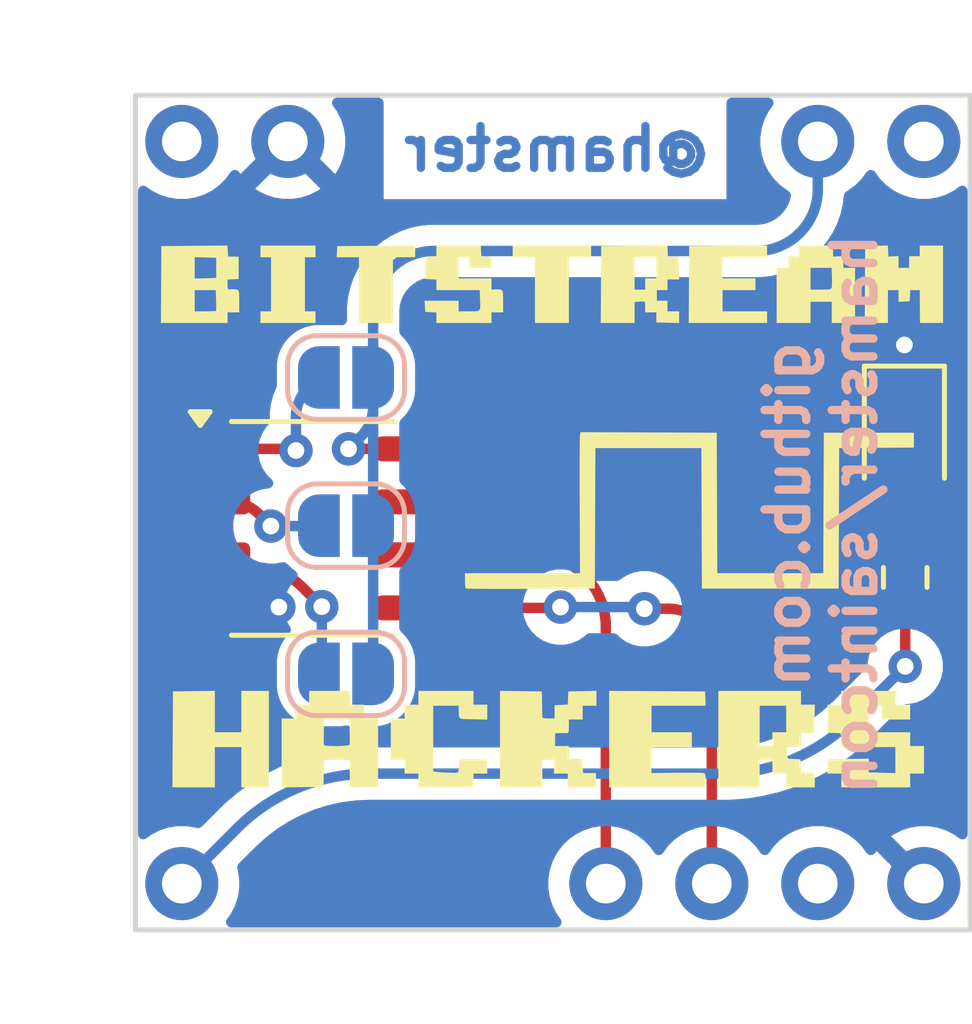
<source format=kicad_pcb>
(kicad_pcb (version 20241229) (generator "pcbnew") (generator_version "9.0")
  (layers (0 "F.Cu" signal) (2 "B.Cu" signal) (13 "F.Paste" user) (15 "B.Paste" user) (5 "F.SilkS" user "F.Silkscreen") (7 "B.SilkS" user "B.Silkscreen") (1 "F.Mask" user) (3 "B.Mask" user) (25 "Edge.Cuts" user))
  (net 0 "")
  (net 1 "+3V3")
  (net 2 "GND")
  (net 3 "Net-(D1-A)")
  (net 6 "Net-(MB1-SDA)")
  (net 7 "Net-(MB1-CLK)")
  (net 10 "Net-(MB1-SCL)")
  (net 11 "Net-(JP1-B)")
  (net 12 "Net-(JP2-B)")
  (net 13 "Net-(JP3-B)")
  (footprint "Resistor_SMD:R_0603_1608Metric" (layer "F.Cu") (at 114.89 87.39 -90)
    (property "Reference" "R1" (hide yes))
    (property "Value" "1k")
    (fp_line (start -0.237258 0.5225) (end 0.237258 0.5225) (stroke (width 0.12)) (layer "F.SilkS"))
    (fp_line (start -0.237258 -0.5225) (end 0.237258 -0.5225) (stroke (width 0.12)) (layer "F.SilkS"))
    (pad "1" smd roundrect (at -0.825 0 270) (size 0.8 0.95) (layers "F.Cu" "F.Mask" "F.Paste") (net 3 "Net-(D1-A)"))
    (pad "2" smd roundrect (at 0.825 0 270) (size 0.8 0.95) (layers "F.Cu" "F.Mask" "F.Paste") (net 7 "Net-(MB1-CLK)"))
  )
  (footprint "LED_SMD:LED_0805_2012Metric" (layer "F.Cu") (at 114.87 84.0125 -90)
    (property "Reference" "D1" (hide yes))
    (property "Value" "LED")
    (fp_line (start -1.685 0.96) (end 1 0.96) (stroke (width 0.12)) (layer "F.SilkS"))
    (fp_line (start -1.685 -0.96) (end -1.685 0.96) (stroke (width 0.12)) (layer "F.SilkS"))
    (fp_line (start 1 -0.96) (end -1.685 -0.96) (stroke (width 0.12)) (layer "F.SilkS"))
    (pad "1" smd roundrect (at -0.9375 0 270) (size 0.975 1.4) (layers "F.Cu" "F.Mask" "F.Paste") (net 2 "GND"))
    (pad "2" smd roundrect (at 0.9375 0 270) (size 0.975 1.4) (layers "F.Cu" "F.Mask" "F.Paste") (net 3 "Net-(D1-A)"))
  )
  (footprint "Package_SO:SOIC-8_3.9x4.9mm_P1.27mm" (layer "F.Cu") (at 100.695 86.215)
    (property "Reference" "U1" (hide yes))
    (property "Value" "AT24CS01-SSHM")
    (fp_line (start 0 -2.56) (end -1.95 -2.56) (stroke (width 0.12)) (layer "F.SilkS"))
    (fp_line (start 0 -2.56) (end 1.95 -2.56) (stroke (width 0.12)) (layer "F.SilkS"))
    (fp_line (start 0 2.56) (end -1.95 2.56) (stroke (width 0.12)) (layer "F.SilkS"))
    (fp_line (start 0 2.56) (end 1.95 2.56) (stroke (width 0.12)) (layer "F.SilkS"))
    (fp_poly (pts (xy -2.7 -2.465) (xy -2.94 -2.795) (xy -2.46 -2.795)) (stroke (width 0.12)) (fill yes) (layer "F.SilkS"))
    (pad "1" smd roundrect (at -2.475 -1.905) (size 1.95 0.6) (layers "F.Cu" "F.Mask" "F.Paste") (net 11 "Net-(JP1-B)"))
    (pad "2" smd roundrect (at -2.475 -0.635) (size 1.95 0.6) (layers "F.Cu" "F.Mask" "F.Paste") (net 12 "Net-(JP2-B)"))
    (pad "3" smd roundrect (at -2.475 0.635) (size 1.95 0.6) (layers "F.Cu" "F.Mask" "F.Paste") (net 13 "Net-(JP3-B)"))
    (pad "4" smd roundrect (at -2.475 1.905) (size 1.95 0.6) (layers "F.Cu" "F.Mask" "F.Paste") (net 2 "GND"))
    (pad "5" smd roundrect (at 2.475 1.905) (size 1.95 0.6) (layers "F.Cu" "F.Mask" "F.Paste") (net 6 "Net-(MB1-SDA)"))
    (pad "6" smd roundrect (at 2.475 0.635) (size 1.95 0.6) (layers "F.Cu" "F.Mask" "F.Paste") (net 10 "Net-(MB1-SCL)"))
    (pad "7" smd roundrect (at 2.475 -0.635) (size 1.95 0.6) (layers "F.Cu" "F.Mask" "F.Paste"))
    (pad "8" smd roundrect (at 2.475 -1.905) (size 1.95 0.6) (layers "F.Cu" "F.Mask" "F.Paste") (net 1 "+3V3"))
  )
  (footprint "lib_fp:silkscreen" (layer "F.Cu") (at 106.5 85.79)
    (property "Reference" "G***" (hide yes))
    (property "Value" "LOGO" (hide yes))
    (fp_poly (pts (xy -3.3528 -6.210613) (xy -3.3528 -6.0706) (xy -3.6195 -6.0706) (xy -3.8862 -6.0706) (xy -3.8862 -5.2832) (xy -3.8862 -4.4958) (xy -4.2926 -4.4958) (xy -4.699 -4.4958) (xy -4.699 -5.2832) (xy -4.699 -6.0706) (xy -4.967028 -6.0706) (xy -5.235055 -6.0706) (xy -5.227378 -6.20395) (xy -5.2197 -6.3373) (xy -4.28625 -6.343963) (xy -3.3528 -6.350626)) (fill yes) (layer "F.SilkS"))
    (fp_poly (pts (xy 0.8636 -6.2103) (xy 0.8636 -6.0706) (xy 0.5969 -6.0706) (xy 0.3302 -6.0706) (xy 0.3302 -5.2832) (xy 0.3302 -4.4958) (xy -0.0762 -4.4958) (xy -0.4826 -4.4958) (xy -0.4826 -5.2832) (xy -0.4826 -6.0706) (xy -0.7493 -6.0706) (xy -1.016 -6.0706) (xy -1.016 -6.2103) (xy -1.016 -6.35) (xy -0.0762 -6.35) (xy 0.8636 -6.35)) (fill yes) (layer "F.SilkS"))
    (fp_poly (pts (xy -8.1534 4.812763) (xy -8.1534 5.3086) (xy -7.8359 5.3086) (xy -7.5184 5.3086) (xy -7.5184 4.8133) (xy -7.5184 4.318) (xy -7.1882 4.318) (xy -6.858 4.318) (xy -6.858 5.4737) (xy -6.858 6.6294) (xy -7.1882 6.6294) (xy -7.5184 6.6294) (xy -7.5184 6.1468) (xy -7.5184 5.6642) (xy -7.8359 5.6642) (xy -8.1534 5.6642) (xy -8.1534 6.1468) (xy -8.1534 6.6294) (xy -8.661659 6.6294) (xy -9.169918 6.6294) (xy -9.163309 5.48005) (xy -9.1567 4.3307) (xy -8.65505 4.323813) (xy -8.1534 4.316926)) (fill yes) (layer "F.SilkS"))
    (fp_poly (pts (xy -5.7404 -6.2103) (xy -5.7404 -6.0706) (xy -5.8674 -6.0706) (xy -5.9944 -6.0706) (xy -5.9944 -5.4229) (xy -5.9944 -4.7752) (xy -5.8674 -4.7752) (xy -5.7404 -4.7752) (xy -5.7404 -4.6355) (xy -5.7404 -4.4958) (xy -6.4008 -4.4958) (xy -7.0612 -4.4958) (xy -7.0612 -4.6355) (xy -7.0612 -4.7752) (xy -6.9342 -4.7752) (xy -6.8072 -4.7752) (xy -6.8072 -5.4229) (xy -6.8072 -6.0706) (xy -6.9342 -6.0706) (xy -7.0612 -6.0706) (xy -7.0612 -6.2103) (xy -7.0612 -6.35) (xy -6.4008 -6.35) (xy -5.7404 -6.35)) (fill yes) (layer "F.SilkS"))
    (fp_poly (pts (xy 5.08 -6.210613) (xy 5.08 -6.0706) (xy 4.5466 -6.0706) (xy 4.0132 -6.0706) (xy 4.0132 -5.8166) (xy 4.0132 -5.5626) (xy 4.4069 -5.5626) (xy 4.8006 -5.5626) (xy 4.8006 -5.4229) (xy 4.8006 -5.2832) (xy 4.4069 -5.2832) (xy 4.0132 -5.2832) (xy 4.0132 -5.0292) (xy 4.0132 -4.7752) (xy 4.5466 -4.7752) (xy 5.08 -4.7752) (xy 5.08 -4.6355) (xy 5.08 -4.4958) (xy 4.141075 -4.4958) (xy 3.202151 -4.4958) (xy 3.207625 -5.41655) (xy 3.2131 -6.3373) (xy 4.14655 -6.343963) (xy 5.08 -6.350626)) (fill yes) (layer "F.SilkS"))
    (fp_poly (pts (xy 2.44475 4.324091) (xy 3.5941 4.3307) (xy 3.60161 4.50215) (xy 3.609121 4.6736) (xy 2.96026 4.6736) (xy 2.3114 4.6736) (xy 2.3114 4.9911) (xy 2.3114 5.3086) (xy 2.794 5.3086) (xy 3.2766 5.3086) (xy 3.2766 5.487316) (xy 3.2766 5.666032) (xy 2.80453 5.663052) (xy 2.655238 5.66257) (xy 2.524405 5.663023) (xy 2.420118 5.664313) (xy 2.350464 5.666339) (xy 2.323536 5.668996) (xy 2.319875 5.695968) (xy 2.316301 5.76155) (xy 2.313117 5.853554) (xy 2.310626 5.959791) (xy 2.309132 6.068072) (xy 2.308937 6.166208) (xy 2.309753 6.223) (xy 2.311357 6.2865) (xy 2.901928 6.279102) (xy 3.073155 6.277584) (xy 3.229881 6.277376) (xy 3.364116 6.278395) (xy 3.467873 6.280557) (xy 3.53316 6.283777) (xy 3.54965 6.285936) (xy 3.580672 6.298441) (xy 3.597883 6.324715) (xy 3.605264 6.377221) (xy 3.6068 6.464783) (xy 3.6068 6.6294) (xy 2.4511 6.6294) (xy 1.2954 6.6294) (xy 1.2954 5.473441) (xy 1.2954 4.317482)) (fill yes) (layer "F.SilkS"))
    (fp_poly (pts (xy 7.980593 -6.218238) (xy 7.9883 -6.084785) (xy 8.10895 -6.092311) (xy 8.2296 -6.099837) (xy 8.2296 -5.958219) (xy 8.2296 -5.8166) (xy 8.3566 -5.8166) (xy 8.4836 -5.8166) (xy 8.4836 -5.9563) (xy 8.4836 -6.096) (xy 8.6106 -6.096) (xy 8.7376 -6.096) (xy 8.7376 -6.223) (xy 8.7376 -6.35) (xy 9.017 -6.35) (xy 9.2964 -6.35) (xy 9.2964 -5.4229) (xy 9.2964 -4.4958) (xy 9.020425 -4.4958) (xy 8.744451 -4.4958) (xy 8.743768 -4.56565) (xy 8.743294 -4.617443) (xy 8.742501 -4.707571) (xy 8.741499 -4.823573) (xy 8.740396 -4.952986) (xy 8.740342 -4.95935) (xy 8.7376 -5.2832) (xy 8.624627 -5.2832) (xy 8.511654 -5.2832) (xy 8.503977 -5.14985) (xy 8.4963 -5.0165) (xy 8.36295 -5.008823) (xy 8.2296 -5.001146) (xy 8.2296 -5.142173) (xy 8.2296 -5.2832) (xy 8.1026 -5.2832) (xy 7.9756 -5.2832) (xy 7.9756 -4.8895) (xy 7.9756 -4.4958) (xy 7.698024 -4.4958) (xy 7.420448 -4.4958) (xy 7.424974 -5.41655) (xy 7.4295 -6.3373) (xy 7.701193 -6.344496) (xy 7.972886 -6.351692)) (fill yes) (layer "F.SilkS"))
    (fp_poly (pts (xy 6.659822 -6.217393) (xy 6.6675 -6.084785) (xy 6.78815 -6.092311) (xy 6.9088 -6.099837) (xy 6.9088 -5.958219) (xy 6.9088 -5.8166) (xy 7.0485 -5.8166) (xy 7.1882 -5.8166) (xy 7.1882 -5.1562) (xy 7.1882 -4.4958) (xy 6.9088 -4.4958) (xy 6.6294 -4.4958) (xy 6.6294 -4.7498) (xy 6.6294 -5.0038) (xy 6.3754 -5.0038) (xy 6.1214 -5.0038) (xy 6.1214 -4.7498) (xy 6.1214 -4.4958) (xy 5.715 -4.4958) (xy 5.3086 -4.4958) (xy 5.3086 -5.1562) (xy 5.3086 -5.2959) (xy 6.121329 -5.2959) (xy 6.369014 -5.2959) (xy 6.482838 -5.296491) (xy 6.555746 -5.299778) (xy 6.59762 -5.308036) (xy 6.618344 -5.323539) (xy 6.627798 -5.348561) (xy 6.6294 -5.355817) (xy 6.634484 -5.409596) (xy 6.636264 -5.496699) (xy 6.634445 -5.599741) (xy 6.633815 -5.616167) (xy 6.625531 -5.8166) (xy 6.373465 -5.8166) (xy 6.1214 -5.8166) (xy 6.121364 -5.55625) (xy 6.121329 -5.2959) (xy 5.3086 -5.2959) (xy 5.3086 -5.8166) (xy 5.4483 -5.8166) (xy 5.588 -5.8166) (xy 5.588 -5.958219) (xy 5.588 -6.099837) (xy 5.70865 -6.092311) (xy 5.8293 -6.084785) (xy 5.836977 -6.217393) (xy 5.844654 -6.35) (xy 6.2484 -6.35) (xy 6.652145 -6.35)) (fill yes) (layer "F.SilkS"))
    (fp_poly (pts (xy 2.24208 -1.873437) (xy 3.8735 -1.8669) (xy 3.880031 -0.18415) (xy 3.886562 1.4986) (xy 5.1562 1.4986) (xy 6.425837 1.4986) (xy 6.432368 -0.18415) (xy 6.4389 -1.8669) (xy 7.5184 -1.8669) (xy 8.5979 -1.8669) (xy 8.5979 -1.6891) (xy 8.5979 -1.5113) (xy 7.702731 -1.504626) (xy 6.807562 -1.497951) (xy 6.801031 0.184474) (xy 6.7945 1.8669) (xy 5.1562 1.8669) (xy 3.5179 1.8669) (xy 3.511368 0.18415) (xy 3.504837 -1.4986) (xy 2.2352 -1.4986) (xy 0.965562 -1.4986) (xy 0.959031 0.18415) (xy 0.9525 1.8669) (xy -0.585797 1.87377) (xy -0.860746 1.874716) (xy -1.120521 1.875064) (xy -1.360684 1.874844) (xy -1.5768 1.874086) (xy -1.764434 1.872821) (xy -1.919149 1.871077) (xy -2.03651 1.868887) (xy -2.11208 1.866279) (xy -2.141424 1.863285) (xy -2.141547 1.863187) (xy -2.150329 1.830672) (xy -2.156598 1.762176) (xy -2.159 1.672503) (xy -2.159 1.672166) (xy -2.159 1.4986) (xy -0.78105 1.498606) (xy 0.5969 1.498612) (xy 0.589631 -0.133344) (xy 0.588583 -0.418073) (xy 0.588011 -0.68878) (xy 0.587897 -0.941022) (xy 0.588224 -1.170356) (xy 0.588973 -1.372337) (xy 0.590126 -1.542524) (xy 0.591664 -1.676472) (xy 0.593571 -1.769738) (xy 0.595828 -1.817879) (xy 0.596512 -1.822637) (xy 0.610661 -1.879973)) (fill yes) (layer "F.SilkS"))
    (fp_poly (pts (xy 2.69741 -6.217676) (xy 2.7051 -6.084632) (xy 2.8321 -6.083966) (xy 2.9591 -6.0833) (xy 2.966309 -5.81025) (xy 2.973518 -5.5372) (xy 2.832959 -5.5372) (xy 2.6924 -5.5372) (xy 2.6924 -5.4102) (xy 2.6924 -5.2832) (xy 2.5654 -5.2832) (xy 2.4384 -5.2832) (xy 2.4384 -5.1562) (xy 2.4384 -5.0292) (xy 2.5654 -5.0292) (xy 2.6924 -5.0292) (xy 2.6924 -4.9022) (xy 2.6924 -4.7752) (xy 2.8321 -4.7752) (xy 2.9718 -4.7752) (xy 2.9718 -4.634641) (xy 2.9718 -4.494082) (xy 2.69875 -4.501291) (xy 2.4257 -4.5085) (xy 2.426801 -4.62915) (xy 2.427903 -4.7498) (xy 2.293451 -4.7498) (xy 2.159 -4.7498) (xy 2.159 -4.872567) (xy 2.156933 -4.946308) (xy 2.151679 -4.99579) (xy 2.148091 -5.006243) (xy 2.118489 -5.010916) (xy 2.056173 -5.010172) (xy 2.021091 -5.007918) (xy 1.905 -4.998685) (xy 1.905 -4.747243) (xy 1.905 -4.4958) (xy 1.499383 -4.4958) (xy 1.093767 -4.4958) (xy 1.099333 -5.41655) (xy 1.100946 -5.68325) (xy 1.905 -5.68325) (xy 1.905 -5.2959) (xy 2.032 -5.2959) (xy 2.159 -5.2959) (xy 2.159 -5.42925) (xy 2.159 -5.5626) (xy 2.29235 -5.5626) (xy 2.4257 -5.5626) (xy 2.4257 -5.8166) (xy 2.4257 -6.0706) (xy 2.16535 -6.0706) (xy 1.905 -6.0706) (xy 1.905 -5.68325) (xy 1.100946 -5.68325) (xy 1.1049 -6.3373) (xy 1.89731 -6.34401) (xy 2.68972 -6.35072)) (fill yes) (layer "F.SilkS"))
    (fp_poly (pts (xy -7.84359 -6.219747) (xy -7.8359 -6.088774) (xy -7.7089 -6.086037) (xy -7.5819 -6.0833) (xy -7.5819 -5.8166) (xy -7.5819 -5.5499) (xy -7.71525 -5.542223) (xy -7.8486 -5.534546) (xy -7.8486 -5.413272) (xy -7.847058 -5.34055) (xy -7.836839 -5.306454) (xy -7.809557 -5.298811) (xy -7.772726 -5.303135) (xy -7.693626 -5.306012) (xy -7.633026 -5.298252) (xy -7.604596 -5.289305) (xy -7.58618 -5.273203) (xy -7.575605 -5.240334) (xy -7.570695 -5.181084) (xy -7.569279 -5.085841) (xy -7.5692 -5.016017) (xy -7.5692 -4.7498) (xy -7.7089 -4.7498) (xy -7.8486 -4.7498) (xy -7.8486 -4.6228) (xy -7.8486 -4.4958) (xy -8.646876 -4.4958) (xy -9.445152 -4.4958) (xy -9.44253 -5.0292) (xy -8.636 -5.0292) (xy -8.636 -4.7752) (xy -8.386234 -4.7752) (xy -8.279112 -4.776199) (xy -8.192678 -4.778886) (xy -8.138396 -4.7828) (xy -8.125884 -4.785672) (xy -8.122127 -4.813938) (xy -8.120681 -4.881352) (xy -8.121661 -4.976309) (xy -8.123393 -5.039672) (xy -8.131486 -5.2832) (xy -8.383743 -5.2832) (xy -8.636 -5.2832) (xy -8.636 -5.0292) (xy -9.44253 -5.0292) (xy -9.440626 -5.41655) (xy -9.43866 -5.8166) (xy -8.636 -5.8166) (xy -8.636 -5.560823) (xy -8.377673 -5.568062) (xy -8.119345 -5.5753) (xy -8.120402 -5.8166) (xy -8.12146 -6.0579) (xy -8.37873 -6.065139) (xy -8.636 -6.072378) (xy -8.636 -5.8166) (xy -9.43866 -5.8166) (xy -9.4361 -6.3373) (xy -8.64369 -6.34401) (xy -7.85128 -6.35072)) (fill yes) (layer "F.SilkS"))
    (fp_poly (pts (xy 8.1788 4.4831) (xy 8.1788 4.6482) (xy 8.3439 4.6482) (xy 8.509 4.6482) (xy 8.509 4.826) (xy 8.509 5.0038) (xy 8.1661 5.0038) (xy 7.8232 5.0038) (xy 7.8232 4.8387) (xy 7.8232 4.6736) (xy 7.6708 4.6736) (xy 7.5184 4.6736) (xy 7.5184 4.9911) (xy 7.5184 5.3086) (xy 8.0137 5.3086) (xy 8.509 5.3086) (xy 8.509 5.4737) (xy 8.509 5.6388) (xy 8.6741 5.6388) (xy 8.8392 5.6388) (xy 8.8392 5.969) (xy 8.8392 6.2992) (xy 8.6741 6.2992) (xy 8.509 6.2992) (xy 8.509 6.4643) (xy 8.509 6.6294) (xy 7.6835 6.6294) (xy 6.858 6.6294) (xy 6.858 6.4643) (xy 6.858 6.2992) (xy 6.691739 6.2992) (xy 6.525478 6.2992) (xy 6.532989 6.12775) (xy 6.5405 5.9563) (xy 7.02945 5.948844) (xy 7.5184 5.941388) (xy 7.5184 6.106142) (xy 7.5184 6.270896) (xy 7.835946 6.278698) (xy 8.153492 6.2865) (xy 8.153446 5.97535) (xy 8.1534 5.6642) (xy 7.5057 5.6642) (xy 6.858 5.6642) (xy 6.858 5.4991) (xy 6.853848 5.39774) (xy 6.840978 5.343236) (xy 6.82625 5.331178) (xy 6.783562 5.328859) (xy 6.710792 5.326139) (xy 6.6675 5.324828) (xy 6.5405 5.3213) (xy 6.533412 4.98475) (xy 6.526325 4.6482) (xy 6.692162 4.6482) (xy 6.858 4.6482) (xy 6.858 4.4831) (xy 6.858 4.318) (xy 7.5184 4.318) (xy 8.1788 4.318)) (fill yes) (layer "F.SilkS"))
    (fp_poly (pts (xy 5.8928 4.4831) (xy 5.8928 4.6482) (xy 6.058637 4.6482) (xy 6.224474 4.6482) (xy 6.217387 4.98475) (xy 6.2103 5.3213) (xy 6.052731 5.328831) (xy 5.895162 5.336362) (xy 5.887631 5.493931) (xy 5.8801 5.6515) (xy 5.72135 5.659062) (xy 5.5626 5.666624) (xy 5.5626 5.805112) (xy 5.564595 5.885088) (xy 5.573984 5.926862) (xy 5.595866 5.942979) (xy 5.61975 5.94566) (xy 5.683085 5.948101) (xy 5.764759 5.951433) (xy 5.7785 5.95201) (xy 5.8801 5.9563) (xy 5.887662 6.11505) (xy 5.895224 6.2738) (xy 6.018934 6.2738) (xy 6.120036 6.276538) (xy 6.180688 6.291256) (xy 6.211189 6.327705) (xy 6.221839 6.39564) (xy 6.223 6.467017) (xy 6.223 6.6294) (xy 5.8801 6.6294) (xy 5.5372 6.6294) (xy 5.5372 6.4643) (xy 5.5372 6.2992) (xy 5.3721 6.2992) (xy 5.207 6.2992) (xy 5.207 6.1341) (xy 5.207 5.969) (xy 5.0546 5.969) (xy 4.9022 5.969) (xy 4.9022 6.2992) (xy 4.9022 6.6294) (xy 4.4069 6.6294) (xy 3.9116 6.6294) (xy 3.9116 5.4737) (xy 3.9116 5.1562) (xy 4.9022 5.1562) (xy 4.9022 5.6388) (xy 5.0546 5.6388) (xy 5.207 5.6388) (xy 5.207 5.4737) (xy 5.207 5.3086) (xy 5.3721 5.3086) (xy 5.5372 5.3086) (xy 5.5372 4.9911) (xy 5.5372 4.6736) (xy 5.2197 4.6736) (xy 4.9022 4.6736) (xy 4.9022 5.1562) (xy 3.9116 5.1562) (xy 3.9116 4.318) (xy 4.9022 4.318) (xy 5.8928 4.318)) (fill yes) (layer "F.SilkS"))
    (fp_poly (pts (xy -1.9558 4.4831) (xy -1.9558 4.6482) (xy -1.7907 4.6482) (xy -1.6256 4.6482) (xy -1.6256 4.826737) (xy -1.6256 5.005274) (xy -1.96215 4.998187) (xy -2.099805 4.995811) (xy -2.194776 4.992168) (xy -2.255046 4.982267) (xy -2.288596 4.961119) (xy -2.303406 4.923735) (xy -2.307458 4.865127) (xy -2.308701 4.78155) (xy -2.3114 4.6736) (xy -2.6162 4.6736) (xy -2.921 4.6736) (xy -2.921 5.4483) (xy -2.921007 5.641944) (xy -2.921027 5.819132) (xy -2.921058 5.973503) (xy -2.921097 6.098697) (xy -2.921144 6.188352) (xy -2.921197 6.236108) (xy -2.921219 6.24205) (xy -2.897552 6.250388) (xy -2.832901 6.259115) (xy -2.737063 6.26721) (xy -2.619837 6.273654) (xy -2.616364 6.2738) (xy -2.486745 6.279932) (xy -2.399437 6.281885) (xy -2.34597 6.274175) (xy -2.317872 6.25132) (xy -2.306672 6.207837) (xy -2.303898 6.138242) (xy -2.302419 6.0706) (xy -2.2987 5.9563) (xy -1.9685 5.9563) (xy -1.6383 5.9563) (xy -1.63079 6.12775) (xy -1.623279 6.2992) (xy -1.78954 6.2992) (xy -1.9558 6.2992) (xy -1.9558 6.4643) (xy -1.9558 6.6294) (xy -2.6162 6.6294) (xy -3.2766 6.6294) (xy -3.2766 6.4643) (xy -3.2766 6.2992) (xy -3.4417 6.2992) (xy -3.6068 6.2992) (xy -3.6068 6.1341) (xy -3.6068 5.969) (xy -3.7719 5.969) (xy -3.937 5.969) (xy -3.937 5.4737) (xy -3.937 4.9784) (xy -3.7719 4.9784) (xy -3.6068 4.9784) (xy -3.6068 4.8133) (xy -3.6068 4.6482) (xy -3.4417 4.6482) (xy -3.2766 4.6482) (xy -3.2766 4.4831) (xy -3.2766 4.318) (xy -2.6162 4.318) (xy -1.9558 4.318)) (fill yes) (layer "F.SilkS"))
    (fp_poly (pts (xy -1.772978 -6.21665) (xy -1.7653 -6.0833) (xy -1.64465 -6.090028) (xy -1.524 -6.096755) (xy -1.524 -5.956678) (xy -1.524 -5.8166) (xy -1.7907 -5.8166) (xy -2.0574 -5.8166) (xy -2.0574 -5.9436) (xy -2.0574 -6.0706) (xy -2.1844 -6.0706) (xy -2.3114 -6.0706) (xy -2.3114 -5.8166) (xy -2.3114 -5.5626) (xy -1.9177 -5.5626) (xy -1.524 -5.5626) (xy -1.524012 -5.42925) (xy -1.524023 -5.2959) (xy -1.418112 -5.299804) (xy -1.343754 -5.301155) (xy -1.29441 -5.293043) (xy -1.264952 -5.267012) (xy -1.250251 -5.214608) (xy -1.245176 -5.127373) (xy -1.2446 -5.013783) (xy -1.2446 -4.7498) (xy -1.3843 -4.7498) (xy -1.524 -4.7498) (xy -1.524 -4.6228) (xy -1.524 -4.4958) (xy -2.1844 -4.4958) (xy -2.8448 -4.4958) (xy -2.8448 -4.621473) (xy -2.8448 -4.747146) (xy -2.97815 -4.754823) (xy -3.1115 -4.7625) (xy -3.119178 -4.89585) (xy -3.126855 -5.0292) (xy -2.719128 -5.0292) (xy -2.3114 -5.0292) (xy -2.3114 -4.9022) (xy -2.3114 -4.7752) (xy -2.059263 -4.7752) (xy -1.942913 -4.774999) (xy -1.865685 -4.780092) (xy -1.82003 -4.799031) (xy -1.798403 -4.840363) (xy -1.793256 -4.912639) (xy -1.797043 -5.024407) (xy -1.798917 -5.070122) (xy -1.807133 -5.2832) (xy -2.325967 -5.2832) (xy -2.8448 -5.2832) (xy -2.8448 -5.408873) (xy -2.8448 -5.534546) (xy -2.97815 -5.542223) (xy -3.1115 -5.5499) (xy -3.1115 -5.81653) (xy -3.109607 -5.945908) (xy -3.103484 -6.030231) (xy -3.092472 -6.075118) (xy -3.07975 -6.086405) (xy -3.035134 -6.089253) (xy -2.964583 -6.092223) (xy -2.9464 -6.092825) (xy -2.8448 -6.096) (xy -2.8448 -6.223) (xy -2.8448 -6.35) (xy -2.312728 -6.35) (xy -1.780655 -6.35)) (fill yes) (layer "F.SilkS"))
    (fp_poly (pts (xy -4.9022 4.4831) (xy -4.9022 4.6482) (xy -4.7371 4.6482) (xy -4.572 4.6482) (xy -4.572 4.8133) (xy -4.572 4.9784) (xy -4.4069 4.9784) (xy -4.2418 4.9784) (xy -4.2418 5.804637) (xy -4.2418 6.630874) (xy -4.57835 6.623787) (xy -4.9149 6.6167) (xy -4.91964 6.3373) (xy -4.921718 6.219255) (xy -4.923655 6.117077) (xy -4.925205 6.043304) (xy -4.92599 6.01345) (xy -4.931437 5.994569) (xy -4.951695 5.981895) (xy -4.995072 5.974222) (xy -5.069878 5.970346) (xy -5.184421 5.969061) (xy -5.2324 5.969) (xy -5.361838 5.969688) (xy -5.448771 5.972556) (xy -5.501486 5.978809) (xy -5.52827 5.989654) (xy -5.53741 6.006294) (xy -5.53797 6.01345) (xy -5.538774 6.05613) (xy -5.540351 6.137061) (xy -5.542456 6.243703) (xy -5.54432 6.3373) (xy -5.5499 6.6167) (xy -6.05155 6.623586) (xy -6.5532 6.630473) (xy -6.5532 5.804436) (xy -6.5532 5.5499) (xy -5.54355 5.5499) (xy -5.541557 5.601201) (xy -5.540375 5.6134) (xy -5.51528 5.625635) (xy -5.451534 5.634093) (xy -5.361137 5.638899) (xy -5.25609 5.640176) (xy -5.148392 5.638047) (xy -5.050043 5.632635) (xy -4.973042 5.624066) (xy -4.929389 5.612461) (xy -4.923968 5.60705) (xy -4.920995 5.570006) (xy -4.919876 5.493879) (xy -4.920653 5.390353) (xy -4.922835 5.28955) (xy -4.93077 5.0038) (xy -5.233985 5.0038) (xy -5.5372 5.0038) (xy -5.540375 5.2578) (xy -5.541729 5.369743) (xy -5.542795 5.464882) (xy -5.543433 5.530205) (xy -5.54355 5.5499) (xy -6.5532 5.5499) (xy -6.5532 4.9784) (xy -6.3881 4.9784) (xy -6.223 4.9784) (xy -6.223 4.8133) (xy -6.223 4.6482) (xy -6.0579 4.6482) (xy -5.8928 4.6482) (xy -5.8928 4.4831) (xy -5.8928 4.318) (xy -5.3975 4.318) (xy -4.9022 4.318)) (fill yes) (layer "F.SilkS"))
    (fp_poly (pts (xy 0.9906 4.495062) (xy 0.9906 4.6736) (xy 0.8255 4.6736) (xy 0.6604 4.6736) (xy 0.6604 4.8387) (xy 0.6604 5.0038) (xy 0.4953 5.0038) (xy 0.3302 5.0038) (xy 0.3302 5.167704) (xy 0.328909 5.256117) (xy 0.32238 5.305018) (xy 0.306622 5.32568) (xy 0.277646 5.329376) (xy 0.27305 5.329213) (xy 0.210849 5.328518) (xy 0.128291 5.329801) (xy 0.10795 5.330408) (xy 0 5.334) (xy 0 5.4864) (xy 0 5.6388) (xy 0.1651 5.6388) (xy 0.3302 5.6388) (xy 0.3302 5.789987) (xy 0.3302 5.941175) (xy 0.48895 5.948737) (xy 0.6477 5.9563) (xy 0.6604 6.1214) (xy 0.6731 6.2865) (xy 0.8255 6.2865) (xy 0.9779 6.2865) (xy 0.98541 6.45795) (xy 0.992921 6.6294) (xy 0.64886 6.6294) (xy 0.3048 6.6294) (xy 0.3048 6.4643) (xy 0.3048 6.2992) (xy 0.137532 6.2992) (xy -0.029735 6.2992) (xy -0.021218 6.134046) (xy -0.0127 5.968893) (xy -0.15875 5.968946) (xy -0.241333 5.970739) (xy -0.285345 5.979192) (xy -0.30298 5.999032) (xy -0.306285 6.02615) (xy -0.306641 6.074651) (xy -0.306431 6.160479) (xy -0.30571 6.270164) (xy -0.304907 6.35635) (xy -0.302046 6.6294) (xy -0.811423 6.6294) (xy -1.3208 6.6294) (xy -1.3208 5.473163) (xy -1.3208 4.316926) (xy -0.81915 4.323813) (xy -0.3175 4.3307) (xy -0.311994 4.6228) (xy -0.309731 4.741738) (xy -0.307762 4.843237) (xy -0.306313 4.915768) (xy -0.305644 4.94665) (xy -0.282582 4.967086) (xy -0.213199 4.977146) (xy -0.15875 4.978446) (xy -0.0127 4.978492) (xy -0.0127 4.819696) (xy -0.0127 4.6609) (xy 0.14605 4.653337) (xy 0.3048 4.645775) (xy 0.308395 4.551737) (xy 0.31164 4.469243) (xy 0.314606 4.397436) (xy 0.314745 4.3942) (xy 0.3175 4.3307) (xy 0.65405 4.323612) (xy 0.9906 4.316525)) (fill yes) (layer "F.SilkS"))
  )
  (footprint "lib_fp:MiniBadge_Full" (layer "F.Cu") (at 96.285 75.675)
    (property "Reference" "MB1" (hide yes))
    (property "Value" "MiniBadge_Simple")
    (fp_rect (start 20.16 20.16) (end 0.16 0.16) (stroke (width 0.12)) (fill no) (layer "Edge.Cuts"))
    (pad "1" thru_hole circle (at 1.27 1.27) (size 1.75 1.75) (drill 0.95) (layers "*.Cu" "*.Mask"))
    (pad "2" thru_hole circle (at 3.81 1.27) (size 1.75 1.75) (drill 0.95) (layers "*.Cu" "*.Mask") (net 2 "GND"))
    (pad "7" thru_hole circle (at 16.51 1.27) (size 1.75 1.75) (drill 0.95) (layers "*.Cu" "*.Mask") (net 1 "+3V3"))
    (pad "8" thru_hole circle (at 19.05 1.27) (size 1.75 1.75) (drill 0.95) (layers "*.Cu" "*.Mask"))
    (pad "9" thru_hole circle (at 1.27 19.05) (size 1.75 1.75) (drill 0.95) (layers "*.Cu" "*.Mask") (net 7 "Net-(MB1-CLK)"))
    (pad "13" thru_hole circle (at 11.43 19.05) (size 1.75 1.75) (drill 0.95) (layers "*.Cu" "*.Mask") (net 10 "Net-(MB1-SCL)"))
    (pad "14" thru_hole circle (at 13.97 19.05) (size 1.75 1.75) (drill 0.95) (layers "*.Cu" "*.Mask") (net 6 "Net-(MB1-SDA)"))
    (pad "15" thru_hole circle (at 16.51 19.05) (size 1.75 1.75) (drill 0.95) (layers "*.Cu" "*.Mask"))
    (pad "16" thru_hole circle (at 19.05 19.05) (size 1.75 1.75) (drill 0.95) (layers "*.Cu" "*.Mask") (net 2 "GND"))
  )
  (footprint "Jumper:SolderJumper-2_P1.3mm_Open_RoundedPad1.0x1.5mm" (layer "B.Cu") (at 101.49 89.7 180)
    (property "Reference" "JP3" (hide yes))
    (property "Value" "SolderJumper_2_Open")
    (fp_line (start 1.4 0.3) (end 1.4 -0.3) (stroke (width 0.12)) (layer "B.SilkS"))
    (fp_line (start 0.7 -1) (end -0.7 -1) (stroke (width 0.12)) (layer "B.SilkS"))
    (fp_line (start -0.7 1) (end 0.7 1) (stroke (width 0.12)) (layer "B.SilkS"))
    (fp_line (start -1.4 -0.3) (end -1.4 0.3) (stroke (width 0.12)) (layer "B.SilkS"))
    (fp_arc (start 1.4 0.3) (mid 1.194975 0.794975) (end 0.7 1) (stroke (width 0.12)) (layer "B.SilkS"))
    (fp_arc (start 0.7 -1) (mid 1.194975 -0.794975) (end 1.4 -0.3) (stroke (width 0.12)) (layer "B.SilkS"))
    (fp_arc (start -0.7 1) (mid -1.194975 0.794975) (end -1.4 0.3) (stroke (width 0.12)) (layer "B.SilkS"))
    (fp_arc (start -1.4 -0.3) (mid -1.194975 -0.794975) (end -0.7 -1) (stroke (width 0.12)) (layer "B.SilkS"))
    (pad "1" smd custom (at -0.65 0 180) (size 1 0.5) (layers "B.Cu" "B.Mask") (net 1 "+3V3") (options (clearance outline) (anchor rect)) (primitives (gr_circle (center 0 -0.25) (end 0.5 -0.25) (width 0) (fill yes)) (gr_circle (center 0 0.25) (end 0.5 0.25) (width 0) (fill yes)) (gr_poly (pts (xy 0.5 -0.75) (xy 0 -0.75) (xy 0 0.75) (xy 0.5 0.75)) (width 0) (fill yes))))
    (pad "2" smd custom (at 0.65 0 180) (size 1 0.5) (layers "B.Cu" "B.Mask") (net 13 "Net-(JP3-B)") (options (clearance outline) (anchor rect)) (primitives (gr_circle (center 0 -0.25) (end 0.5 -0.25) (width 0) (fill yes)) (gr_circle (center 0 0.25) (end 0.5 0.25) (width 0) (fill yes)) (gr_poly (pts (xy 0 -0.75) (xy -0.5 -0.75) (xy -0.5 0.75) (xy 0 0.75)) (width 0) (fill yes))))
  )
  (footprint "Jumper:SolderJumper-2_P1.3mm_Open_RoundedPad1.0x1.5mm" (layer "B.Cu") (at 101.49 82.6 180)
    (property "Reference" "JP1" (hide yes))
    (property "Value" "SolderJumper_2_Open")
    (fp_line (start 1.4 0.3) (end 1.4 -0.3) (stroke (width 0.12)) (layer "B.SilkS"))
    (fp_line (start 0.7 -1) (end -0.7 -1) (stroke (width 0.12)) (layer "B.SilkS"))
    (fp_line (start -0.7 1) (end 0.7 1) (stroke (width 0.12)) (layer "B.SilkS"))
    (fp_line (start -1.4 -0.3) (end -1.4 0.3) (stroke (width 0.12)) (layer "B.SilkS"))
    (fp_arc (start 1.4 0.3) (mid 1.194975 0.794975) (end 0.7 1) (stroke (width 0.12)) (layer "B.SilkS"))
    (fp_arc (start 0.7 -1) (mid 1.194975 -0.794975) (end 1.4 -0.3) (stroke (width 0.12)) (layer "B.SilkS"))
    (fp_arc (start -0.7 1) (mid -1.194975 0.794975) (end -1.4 0.3) (stroke (width 0.12)) (layer "B.SilkS"))
    (fp_arc (start -1.4 -0.3) (mid -1.194975 -0.794975) (end -0.7 -1) (stroke (width 0.12)) (layer "B.SilkS"))
    (pad "1" smd custom (at -0.65 0 180) (size 1 0.5) (layers "B.Cu" "B.Mask") (net 1 "+3V3") (options (clearance outline) (anchor rect)) (primitives (gr_circle (center 0 -0.25) (end 0.5 -0.25) (width 0) (fill yes)) (gr_circle (center 0 0.25) (end 0.5 0.25) (width 0) (fill yes)) (gr_poly (pts (xy 0.5 -0.75) (xy 0 -0.75) (xy 0 0.75) (xy 0.5 0.75)) (width 0) (fill yes))))
    (pad "2" smd custom (at 0.65 0 180) (size 1 0.5) (layers "B.Cu" "B.Mask") (net 11 "Net-(JP1-B)") (options (clearance outline) (anchor rect)) (primitives (gr_circle (center 0 -0.25) (end 0.5 -0.25) (width 0) (fill yes)) (gr_circle (center 0 0.25) (end 0.5 0.25) (width 0) (fill yes)) (gr_poly (pts (xy 0 -0.75) (xy -0.5 -0.75) (xy -0.5 0.75) (xy 0 0.75)) (width 0) (fill yes))))
  )
  (footprint "Jumper:SolderJumper-2_P1.3mm_Open_RoundedPad1.0x1.5mm" (layer "B.Cu") (at 101.49 86.15 180)
    (property "Reference" "JP2" (hide yes))
    (property "Value" "SolderJumper_2_Open")
    (fp_line (start 1.4 0.3) (end 1.4 -0.3) (stroke (width 0.12)) (layer "B.SilkS"))
    (fp_line (start 0.7 -1) (end -0.7 -1) (stroke (width 0.12)) (layer "B.SilkS"))
    (fp_line (start -0.7 1) (end 0.7 1) (stroke (width 0.12)) (layer "B.SilkS"))
    (fp_line (start -1.4 -0.3) (end -1.4 0.3) (stroke (width 0.12)) (layer "B.SilkS"))
    (fp_arc (start 1.4 0.3) (mid 1.194975 0.794975) (end 0.7 1) (stroke (width 0.12)) (layer "B.SilkS"))
    (fp_arc (start 0.7 -1) (mid 1.194975 -0.794975) (end 1.4 -0.3) (stroke (width 0.12)) (layer "B.SilkS"))
    (fp_arc (start -0.7 1) (mid -1.194975 0.794975) (end -1.4 0.3) (stroke (width 0.12)) (layer "B.SilkS"))
    (fp_arc (start -1.4 -0.3) (mid -1.194975 -0.794975) (end -0.7 -1) (stroke (width 0.12)) (layer "B.SilkS"))
    (pad "1" smd custom (at -0.65 0 180) (size 1 0.5) (layers "B.Cu" "B.Mask") (net 1 "+3V3") (options (clearance outline) (anchor rect)) (primitives (gr_circle (center 0 -0.25) (end 0.5 -0.25) (width 0) (fill yes)) (gr_circle (center 0 0.25) (end 0.5 0.25) (width 0) (fill yes)) (gr_poly (pts (xy 0.5 -0.75) (xy 0 -0.75) (xy 0 0.75) (xy 0.5 0.75)) (width 0) (fill yes))))
    (pad "2" smd custom (at 0.65 0 180) (size 1 0.5) (layers "B.Cu" "B.Mask") (net 12 "Net-(JP2-B)") (options (clearance outline) (anchor rect)) (primitives (gr_circle (center 0 -0.25) (end 0.5 -0.25) (width 0) (fill yes)) (gr_circle (center 0 0.25) (end 0.5 0.25) (width 0) (fill yes)) (gr_poly (pts (xy 0 -0.75) (xy -0.5 -0.75) (xy -0.5 0.75) (xy 0 0.75)) (width 0) (fill yes))))
  )
  (gr_text "@hamster" (at 110.32 77.71 0) (layer "B.Cu") (effects (font (size 1 1) (thickness 0.2) (bold yes)) (justify left bottom mirror)))
  (gr_text "github.com\nhamster/saintcon" (at 114.26 85.88 90) (layer "B.SilkS") (effects (font (size 1 1) (thickness 0.2) (bold yes)) (justify bottom mirror)))
  (segment (start 101.55 84.31) (end 103.17 84.31) (width 0.25) (layer "F.Cu") (net 1))
  (via (at 101.55 84.31) (size 0.8) (drill 0.4) (layers "F.Cu" "B.Cu") (net 1))
  (segment (start 102.14 87.0375) (end 102.14 84.9825) (width 0.25) (layer "B.Cu") (net 1))
  (segment (start 112.795 78.093352) (end 112.795 76.945) (width 0.25) (layer "B.Cu") (net 1))
  (segment (start 102.14 83.16) (end 102.14 83.302806) (width 0.25) (layer "B.Cu") (net 1))
  (segment (start 102.14 83.16) (end 102.14 82.6) (width 0.25) (layer "B.Cu") (net 1))
  (segment (start 101.55 84.31) (end 101.845 84.015) (width 0.25) (layer "B.Cu") (net 1))
  (segment (start 102.14 83.7675) (end 102.14 84.9825) (width 0.25) (layer "B.Cu") (net 1))
  (segment (start 102.14 83.7675) (end 102.14 83.16) (width 0.25) (layer "B.Cu") (net 1))
  (segment (start 102.14 81.02104) (end 102.14 82.6) (width 0.25) (layer "B.Cu") (net 1))
  (segment (start 102.14 83.16) (end 102.14 82.6) (width 0.25) (layer "B.Cu") (net 1))
  (segment (start 103.59104 79.57) (end 111.318352 79.57) (width 0.25) (layer "B.Cu") (net 1))
  (segment (start 102.14 88.8125) (end 102.14 89.7) (width 0.25) (layer "B.Cu") (net 1))
  (segment (start 102.14 87.0375) (end 102.14 88.8125) (width 0.25) (layer "B.Cu") (net 1))
  (arc (start 102.14 82.6) (mid 102.14 82.6) (end 102.14 82.6) (width 0.25) (layer "B.Cu") (net 1))
  (arc (start 102.565 79.995) (mid 102.250453 80.465751) (end 102.14 81.02104) (width 0.25) (layer "B.Cu") (net 1))
  (arc (start 101.845 84.015) (mid 102.063331 83.688242) (end 102.14 83.302806) (width 0.25) (layer "B.Cu") (net 1))
  (arc (start 102.14 83.16) (mid 102.14 83.16) (end 102.14 83.16) (width 0.25) (layer "B.Cu") (net 1))
  (arc (start 112.3625 79.1375) (mid 111.88344 79.457596) (end 111.318352 79.57) (width 0.25) (layer "B.Cu") (net 1))
  (arc (start 112.795 78.093352) (mid 112.682596 78.65844) (end 112.3625 79.1375) (width 0.25) (layer "B.Cu") (net 1))
  (arc (start 103.59104 79.57) (mid 103.035751 79.680453) (end 102.565 79.995) (width 0.25) (layer "B.Cu") (net 1))
  (segment (start 114.87 81.82) (end 114.87 83.075) (width 0.25) (layer "F.Cu") (net 2))
  (segment (start 99.88 88.1) (end 99.87 88.11) (width 0.25) (layer "F.Cu") (net 2))
  (segment (start 99.845857 88.12) (end 98.22 88.12) (width 0.25) (layer "F.Cu") (net 2))
  (segment (start 115.19 94.58) (end 115.335 94.725) (width 0.2286) (layer "F.Cu") (net 2))
  (via (at 114.87 81.82) (size 0.8) (drill 0.4) (layers "F.Cu" "B.Cu") (net 2))
  (via (at 99.88 88.1) (size 0.8) (drill 0.4) (layers "F.Cu" "B.Cu") (net 2))
  (arc (start 99.87 88.11) (mid 99.858923 88.117401) (end 99.845857 88.12) (width 0.25) (layer "F.Cu") (net 2))
  (segment (start 114.88 86.555) (end 114.89 86.565) (width 0.25) (layer "F.Cu") (net 3))
  (segment (start 114.87 86.530857) (end 114.87 84.95) (width 0.25) (layer "F.Cu") (net 3))
  (arc (start 114.88 86.555) (mid 114.872598 86.543923) (end 114.87 86.530857) (width 0.25) (layer "F.Cu") (net 3))
  (segment (start 106.63 88.1) (end 106.62 88.11) (width 0.25) (layer "F.Cu") (net 6))
  (segment (start 109.2222 88.14) (end 108.64 88.14) (width 0.25) (layer "F.Cu") (net 6))
  (segment (start 110.255 89.172799) (end 110.255 94.725) (width 0.25) (layer "F.Cu") (net 6))
  (segment (start 106.595857 88.12) (end 103.17 88.12) (width 0.25) (layer "F.Cu") (net 6))
  (via (at 106.63 88.1) (size 0.8) (drill 0.4) (layers "F.Cu" "B.Cu") (net 6))
  (via (at 108.64 88.14) (size 0.8) (drill 0.4) (layers "F.Cu" "B.Cu") (net 6))
  (arc (start 110.255 89.172799) (mid 110.176382 88.777564) (end 109.9525 88.4425) (width 0.25) (layer "F.Cu") (net 6))
  (arc (start 109.2222 88.14) (mid 109.617435 88.218617) (end 109.9525 88.4425) (width 0.25) (layer "F.Cu") (net 6))
  (arc (start 106.595857 88.12) (mid 106.608923 88.117401) (end 106.62 88.11) (width 0.25) (layer "F.Cu") (net 6))
  (segment (start 108.64 88.14) (end 108.62 88.12) (width 0.25) (layer "B.Cu") (net 6))
  (segment (start 106.63 88.1) (end 108.571715 88.1) (width 0.25) (layer "B.Cu") (net 6))
  (arc (start 108.62 88.12) (mid 108.597846 88.105197) (end 108.571715 88.1) (width 0.25) (layer "B.Cu") (net 6))
  (segment (start 114.89 89.52) (end 114.89 88.215) (width 0.25) (layer "F.Cu") (net 7))
  (via (at 114.89 89.52) (size 0.8) (drill 0.4) (layers "F.Cu" "B.Cu") (net 7))
  (segment (start 102.053226 92.09) (end 110.502735 92.09) (width 0.25) (layer "B.Cu") (net 7))
  (segment (start 98.8725 93.4075) (end 97.555 94.725) (width 0.25) (layer "B.Cu") (net 7))
  (segment (start 114.89 89.52) (end 113.605 90.805) (width 0.25) (layer "B.Cu") (net 7))
  (arc (start 113.605 90.805) (mid 112.181668 91.756039) (end 110.502735 92.09) (width 0.25) (layer "B.Cu") (net 7))
  (arc (start 102.053226 92.09) (mid 100.331829 92.432407) (end 98.8725 93.4075) (width 0.25) (layer "B.Cu") (net 7))
  (segment (start 105.999357 86.85) (end 103.17 86.85) (width 0.25) (layer "F.Cu") (net 10))
  (segment (start 107.715 88.565642) (end 107.715 94.725) (width 0.25) (layer "F.Cu") (net 10))
  (arc (start 107.2125 87.3525) (mid 106.655905 86.980595) (end 105.999357 86.85) (width 0.25) (layer "F.Cu") (net 10))
  (arc (start 107.2125 87.3525) (mid 107.584404 87.909094) (end 107.715 88.565642) (width 0.25) (layer "F.Cu") (net 10))
  (segment (start 100.27 84.33) (end 100.29 84.35) (width 0.25) (layer "F.Cu") (net 11))
  (segment (start 100.221715 84.31) (end 98.22 84.31) (width 0.25) (layer "F.Cu") (net 11))
  (via (at 100.29 84.35) (size 0.8) (drill 0.4) (layers "F.Cu" "B.Cu") (net 11))
  (arc (start 100.27 84.33) (mid 100.247846 84.315197) (end 100.221715 84.31) (width 0.25) (layer "F.Cu") (net 11))
  (segment (start 100.29 84.35) (end 100.29 83.538908) (width 0.25) (layer "B.Cu") (net 11))
  (segment (start 100.825 82.615) (end 100.565 82.875) (width 0.25) (layer "B.Cu") (net 11))
  (segment (start 100.855 82.615) (end 100.87 82.63) (width 0.25) (layer "B.Cu") (net 11))
  (arc (start 100.565 82.875) (mid 100.36147 83.179603) (end 100.29 83.538908) (width 0.25) (layer "B.Cu") (net 11))
  (arc (start 100.825 82.615) (mid 100.84 82.608786) (end 100.855 82.615) (width 0.25) (layer "B.Cu") (net 11))
  (segment (start 99.4 85.87) (end 99.69 86.16) (width 0.25) (layer "F.Cu") (net 12))
  (segment (start 98.699878 85.58) (end 98.22 85.58) (width 0.25) (layer "F.Cu") (net 12))
  (via (at 99.69 86.16) (size 0.8) (drill 0.4) (layers "F.Cu" "B.Cu") (net 12))
  (arc (start 98.699878 85.58) (mid 99.078781 85.655368) (end 99.4 85.87) (width 0.25) (layer "F.Cu") (net 12))
  (segment (start 100.822928 86.16) (end 99.69 86.16) (width 0.25) (layer "B.Cu") (net 12))
  (segment (start 100.835 86.155) (end 100.84 86.15) (width 0.25) (layer "B.Cu") (net 12))
  (arc (start 100.822928 86.16) (mid 100.829461 86.1587) (end 100.835 86.155) (width 0.25) (layer "B.Cu") (net 12))
  (segment (start 100.439999 87.619999) (end 100.91 88.09) (width 0.25) (layer "F.Cu") (net 13))
  (segment (start 99.305317 87.149999) (end 98.73213 87.149999) (width 0.25) (layer "F.Cu") (net 13))
  (segment (start 98.369999 86.999999) (end 98.22 86.85) (width 0.25) (layer "F.Cu") (net 13))
  (via (at 100.91 88.09) (size 0.8) (drill 0.4) (layers "F.Cu" "B.Cu") (net 13))
  (arc (start 98.369999 86.999999) (mid 98.536146 87.111015) (end 98.73213 87.149999) (width 0.25) (layer "F.Cu") (net 13))
  (arc (start 99.305317 87.149999) (mid 99.919402 87.272148) (end 100.439999 87.619999) (width 0.25) (layer "F.Cu") (net 13))
  (segment (start 100.825 89.685) (end 100.81 89.67) (width 0.25) (layer "B.Cu") (net 13))
  (segment (start 100.855 89.685) (end 100.875 89.665) (width 0.25) (layer "B.Cu") (net 13))
  (segment (start 100.91 89.580502) (end 100.91 88.09) (width 0.25) (layer "B.Cu") (net 13))
  (arc (start 100.91 89.580502) (mid 100.900903 89.626232) (end 100.875 89.665) (width 0.25) (layer "B.Cu") (net 13))
  (arc (start 100.825 89.685) (mid 100.84 89.691213) (end 100.855 89.685) (width 0.25) (layer "B.Cu") (net 13))
  (zone (net 2) (net_name "GND") (layer "B.Cu") (connect_pads (clearance 0.5)) (min_thickness 0.25) (fill yes (thermal_gap 0.5) (thermal_bridge_width 0.5))
    (polygon (pts (xy 96.45 75.84) (xy 116.43 75.85) (xy 116.44 95.82) (xy 96.45 95.83)))
  )
)
</source>
